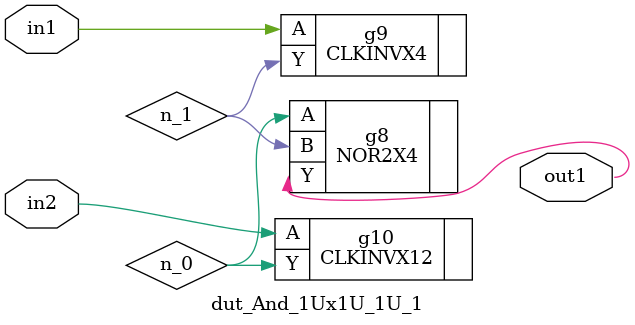
<source format=v>
`timescale 1ps / 1ps


module dut_And_1Ux1U_1U_1(in2, in1, out1);
  input in2, in1;
  output out1;
  wire in2, in1;
  wire out1;
  wire n_0, n_1;
  NOR2X4 g8(.A (n_0), .B (n_1), .Y (out1));
  CLKINVX4 g9(.A (in1), .Y (n_1));
  CLKINVX12 g10(.A (in2), .Y (n_0));
endmodule


</source>
